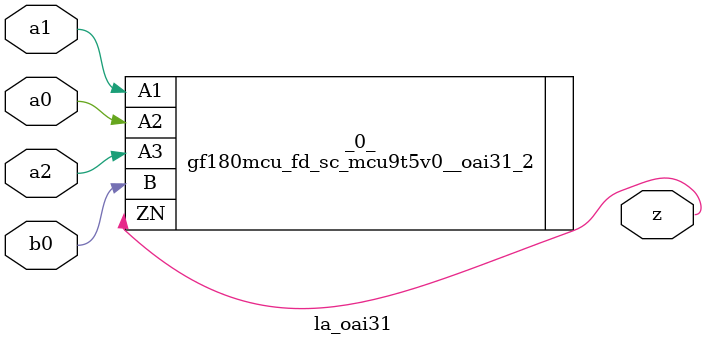
<source format=v>
/* Generated by Yosys 0.37 (git sha1 a5c7f69ed, clang 14.0.0-1ubuntu1.1 -fPIC -Os) */

module la_oai31(a0, a1, a2, b0, z);
  input a0;
  wire a0;
  input a1;
  wire a1;
  input a2;
  wire a2;
  input b0;
  wire b0;
  output z;
  wire z;
  gf180mcu_fd_sc_mcu9t5v0__oai31_2 _0_ (
    .A1(a1),
    .A2(a0),
    .A3(a2),
    .B(b0),
    .ZN(z)
  );
endmodule

</source>
